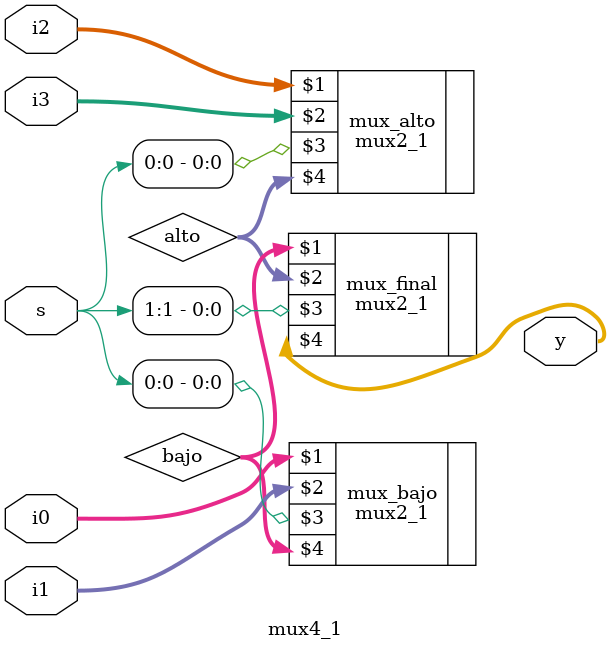
<source format=v>
`timescale 1ns / 1ps
module mux4_1
	#(parameter ancho = 4)
				 (input  [ancho-1:0] i0,i1,i2,i3,
				  input  [1:0] s,
				  output [ancho-1:0]		y);
				  
	wire [ancho-1:0] alto, bajo;
	
	mux2_1 #(ancho) mux_alto(i2,i3,s[0],alto);
	mux2_1 #(ancho) mux_bajo(i0,i1,s[0],bajo);
	mux2_1 #(ancho) mux_final(bajo,alto,s[1],y);


endmodule

</source>
